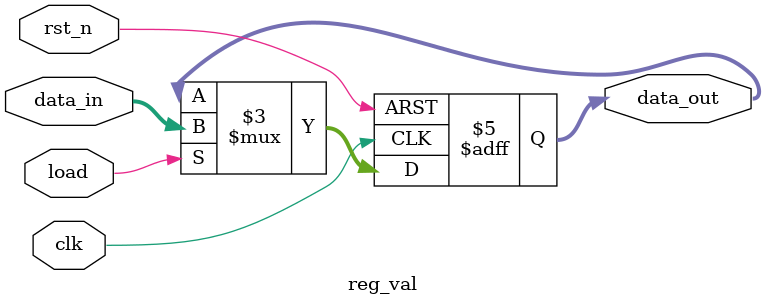
<source format=v>
module reg_val #(
                 parameter WIDTH = 8 // latime, in numar de biti
                 )(
                   input                   clk ,     // ceas, activ pe front crescator
                   input                   rst_n ,   // reset activ in zero

                   input                   load ,    // semnal de incarcare
                   input [WIDTH -1:0]      data_in , // date de intrare
                   output reg [WIDTH -1:0] data_out  // date de iesire
                   );

   always @(posedge clk or negedge rst_n) begin
      if (~rst_n)
         data_out <= {WIDTH{1'b0}};
      else if (load)
         data_out <= data_in;
   end

endmodule // reg_val

</source>
